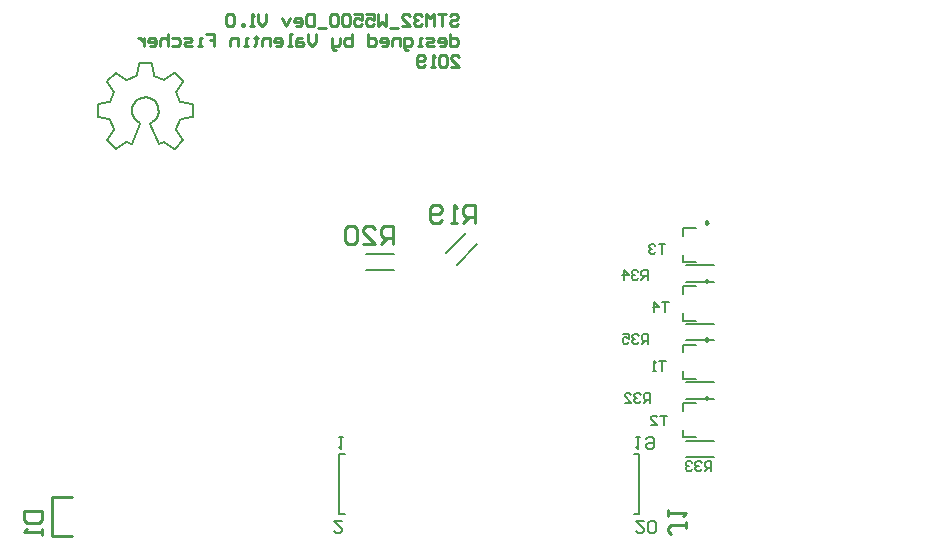
<source format=gbo>
G04*
G04 #@! TF.GenerationSoftware,Altium Limited,Altium Designer,19.1.8 (144)*
G04*
G04 Layer_Color=32896*
%FSLAX25Y25*%
%MOIN*%
G70*
G01*
G75*
%ADD12C,0.00984*%
%ADD14C,0.00787*%
%ADD15C,0.00600*%
%ADD16C,0.01000*%
%ADD91C,0.00631*%
%ADD92C,0.00900*%
G36*
X335400Y99100D02*
D01*
D01*
D01*
D01*
D02*
G37*
D12*
X269692Y87414D02*
X268954Y87840D01*
Y86987D01*
X269692Y87414D01*
Y48480D02*
X268954Y48906D01*
Y48054D01*
X269692Y48480D01*
Y67947D02*
X268954Y68373D01*
Y67521D01*
X269692Y67947D01*
Y106880D02*
X268954Y107307D01*
Y106454D01*
X269692Y106880D01*
D14*
X261523Y74225D02*
X265708D01*
X261523Y85642D02*
X265708D01*
X261523Y74225D02*
Y76784D01*
Y83083D02*
Y85642D01*
Y35291D02*
X265708D01*
X261523Y46709D02*
X265708D01*
X261523Y35291D02*
Y37850D01*
Y44150D02*
Y46709D01*
Y54758D02*
X265708D01*
X261523Y66175D02*
X265708D01*
X261523Y54758D02*
Y57317D01*
Y63616D02*
Y66175D01*
Y93691D02*
X265708D01*
X261523Y105109D02*
X265708D01*
X261523Y93691D02*
Y96250D01*
Y102550D02*
Y105109D01*
X146850Y29685D02*
X148779D01*
X146850Y9685D02*
X148779D01*
X146850D02*
Y29685D01*
X246850Y9685D02*
Y29685D01*
X244921D02*
X246850D01*
X244921Y9685D02*
X246850D01*
X147663Y7480D02*
X145039D01*
X147663Y4857D01*
Y4200D01*
X147007Y3545D01*
X145695D01*
X145039Y4200D01*
X146614Y35433D02*
X147926D01*
X147270D01*
Y31497D01*
X146614Y32153D01*
X245905Y35433D02*
X247217D01*
X246562D01*
Y31497D01*
X245905Y32153D01*
X249185Y34777D02*
X249841Y35433D01*
X251153D01*
X251809Y34777D01*
Y32153D01*
X251153Y31497D01*
X249841D01*
X249185Y32153D01*
Y32809D01*
X249841Y33465D01*
X251809D01*
X248529Y7480D02*
X245905D01*
X248529Y4857D01*
Y4200D01*
X247873Y3545D01*
X246562D01*
X245905Y4200D01*
X249841D02*
X250497Y3545D01*
X251809D01*
X252465Y4200D01*
Y6824D01*
X251809Y7480D01*
X250497D01*
X249841Y6824D01*
Y4200D01*
D15*
X262276Y28644D02*
X271724D01*
X262276Y34156D02*
X271724D01*
X262276Y67711D02*
X271724D01*
X262276Y73223D02*
X271724D01*
X262276Y48177D02*
X271724D01*
X262276Y53689D02*
X271724D01*
X262276Y87244D02*
X271724D01*
X262276Y92756D02*
X271724D01*
X182311Y96808D02*
X188992Y103489D01*
X186208Y92911D02*
X192889Y99592D01*
X155776Y90944D02*
X165224D01*
X155776Y96456D02*
X165224D01*
X270900Y24100D02*
Y27299D01*
X269301D01*
X268767Y26766D01*
Y25699D01*
X269301Y25166D01*
X270900D01*
X269834D02*
X268767Y24100D01*
X267701Y26766D02*
X267168Y27299D01*
X266102D01*
X265568Y26766D01*
Y26233D01*
X266102Y25699D01*
X266635D01*
X266102D01*
X265568Y25166D01*
Y24633D01*
X266102Y24100D01*
X267168D01*
X267701Y24633D01*
X264502Y26766D02*
X263969Y27299D01*
X262903D01*
X262369Y26766D01*
Y26233D01*
X262903Y25699D01*
X263436D01*
X262903D01*
X262369Y25166D01*
Y24633D01*
X262903Y24100D01*
X263969D01*
X264502Y24633D01*
X250500Y46800D02*
Y49999D01*
X248901D01*
X248367Y49466D01*
Y48399D01*
X248901Y47866D01*
X250500D01*
X249434D02*
X248367Y46800D01*
X247301Y49466D02*
X246768Y49999D01*
X245702D01*
X245168Y49466D01*
Y48933D01*
X245702Y48399D01*
X246235D01*
X245702D01*
X245168Y47866D01*
Y47333D01*
X245702Y46800D01*
X246768D01*
X247301Y47333D01*
X241969Y46800D02*
X244102D01*
X241969Y48933D01*
Y49466D01*
X242503Y49999D01*
X243569D01*
X244102Y49466D01*
X249800Y66500D02*
Y69699D01*
X248200D01*
X247667Y69166D01*
Y68099D01*
X248200Y67566D01*
X249800D01*
X248734D02*
X247667Y66500D01*
X246601Y69166D02*
X246068Y69699D01*
X245002D01*
X244468Y69166D01*
Y68633D01*
X245002Y68099D01*
X245535D01*
X245002D01*
X244468Y67566D01*
Y67033D01*
X245002Y66500D01*
X246068D01*
X246601Y67033D01*
X241269Y69699D02*
X243402D01*
Y68099D01*
X242336Y68633D01*
X241803D01*
X241269Y68099D01*
Y67033D01*
X241803Y66500D01*
X242869D01*
X243402Y67033D01*
X249700Y87900D02*
Y91099D01*
X248100D01*
X247567Y90566D01*
Y89499D01*
X248100Y88966D01*
X249700D01*
X248634D02*
X247567Y87900D01*
X246501Y90566D02*
X245968Y91099D01*
X244901D01*
X244368Y90566D01*
Y90033D01*
X244901Y89499D01*
X245435D01*
X244901D01*
X244368Y88966D01*
Y88433D01*
X244901Y87900D01*
X245968D01*
X246501Y88433D01*
X241703Y87900D02*
Y91099D01*
X243302Y89499D01*
X241169D01*
X256600Y80299D02*
X254467D01*
X255534D01*
Y77100D01*
X251801D02*
Y80299D01*
X253401Y78699D01*
X251268D01*
X255400Y99699D02*
X253267D01*
X254334D01*
Y96500D01*
X252201Y99166D02*
X251668Y99699D01*
X250602D01*
X250068Y99166D01*
Y98633D01*
X250602Y98099D01*
X251135D01*
X250602D01*
X250068Y97566D01*
Y97033D01*
X250602Y96500D01*
X251668D01*
X252201Y97033D01*
X255600Y60599D02*
X253467D01*
X254534D01*
Y57400D01*
X252401D02*
X251335D01*
X251868D01*
Y60599D01*
X252401Y60066D01*
X256000Y42499D02*
X253867D01*
X254934D01*
Y39300D01*
X250668D02*
X252801D01*
X250668Y41433D01*
Y41966D01*
X251202Y42499D01*
X252268D01*
X252801Y41966D01*
D16*
X51100Y2300D02*
Y15300D01*
Y2300D02*
X57600D01*
X51100Y15300D02*
X57600D01*
X262298Y6934D02*
Y4934D01*
Y5934D01*
X257300D01*
X256300Y4934D01*
Y3935D01*
X257300Y2935D01*
X256300Y8933D02*
Y10932D01*
Y9933D01*
X262298D01*
X261299Y8933D01*
X192200Y106800D02*
Y112798D01*
X189201D01*
X188201Y111798D01*
Y109799D01*
X189201Y108799D01*
X192200D01*
X190201D02*
X188201Y106800D01*
X186202D02*
X184203D01*
X185202D01*
Y112798D01*
X186202Y111798D01*
X181204Y107800D02*
X180204Y106800D01*
X178205D01*
X177205Y107800D01*
Y111798D01*
X178205Y112798D01*
X180204D01*
X181204Y111798D01*
Y110799D01*
X180204Y109799D01*
X177205D01*
X164600Y99800D02*
Y105798D01*
X161601D01*
X160601Y104798D01*
Y102799D01*
X161601Y101799D01*
X164600D01*
X162601D02*
X160601Y99800D01*
X154603D02*
X158602D01*
X154603Y103799D01*
Y104798D01*
X155603Y105798D01*
X157602D01*
X158602Y104798D01*
X152604D02*
X151604Y105798D01*
X149605D01*
X148605Y104798D01*
Y100800D01*
X149605Y99800D01*
X151604D01*
X152604Y100800D01*
Y104798D01*
X41602Y10800D02*
X47600D01*
Y7801D01*
X46600Y6801D01*
X42602D01*
X41602Y7801D01*
Y10800D01*
X47600Y4802D02*
Y2803D01*
Y3802D01*
X41602D01*
X42602Y4802D01*
D91*
X85936Y146501D02*
X85289Y147317D01*
X84470Y147962D01*
X83526Y148401D01*
X82505Y148609D01*
X81464Y148577D01*
X80458Y148306D01*
X85936Y146501D02*
X85289Y147317D01*
X84470Y147962D01*
X83526Y148401D01*
X82505Y148609D01*
X81464Y148577D01*
X80458Y148306D01*
X78050Y142268D02*
X78601Y141367D01*
X79348Y140621D01*
X80248Y140069D01*
X79764Y147956D02*
X78948Y147308D01*
X78303Y146490D01*
X77864Y145545D01*
X77655Y144525D01*
X77688Y143484D01*
X77959Y142478D01*
X79764Y147956D02*
X78948Y147308D01*
X78303Y146490D01*
X77864Y145545D01*
X77655Y144525D01*
X77688Y143484D01*
X77959Y142478D01*
X78050Y142268D02*
X78601Y141367D01*
X79348Y140621D01*
X80248Y140069D01*
X70225Y147018D02*
X70375Y147140D01*
X70225Y147018D02*
X70375Y147140D01*
X91728Y156770D02*
X91713Y156761D01*
X91973Y156736D02*
X91728Y156770D01*
X79124Y155890D02*
X79247Y156040D01*
X91973Y156736D02*
X91728Y156770D01*
X79124Y155890D02*
X79247Y156040D01*
X91728Y156770D02*
X91713Y156761D01*
X91713Y131524D02*
X91961Y131537D01*
Y131537D02*
X91973Y131548D01*
X91713Y131524D02*
X91961Y131537D01*
Y131537D02*
X91973Y131548D01*
X70375Y141144D02*
X70225Y141267D01*
X70375Y141144D02*
X70225Y141267D01*
X97992Y142186D02*
X97993Y142202D01*
X97827Y142001D02*
X97992Y142186D01*
X97827Y142001D02*
X97992Y142186D01*
X97993Y142202D01*
X93870Y147140D02*
X94020Y147018D01*
X93870Y147140D02*
X94020Y147018D01*
X92549Y137956D02*
X92569Y137762D01*
X92549Y137956D02*
X92569Y137762D01*
X88502Y133696D02*
X88309Y133715D01*
X88502Y133696D02*
X88309Y133715D01*
X84264Y159847D02*
X84079Y160012D01*
X84079D02*
X84062Y160013D01*
X84079Y160012D02*
X84062Y160013D01*
X84264Y159847D02*
X84079Y160012D01*
X84482Y140329D02*
X85298Y140976D01*
X85942Y141794D01*
X86381Y142739D01*
X86590Y143760D01*
X86558Y144801D01*
X86286Y145807D01*
X86091Y146229D02*
X85936Y146501D01*
X84482Y140329D02*
X85298Y140976D01*
X85942Y141794D01*
X86381Y142739D01*
X86590Y143760D01*
X86558Y144801D01*
X86286Y145807D01*
X86091Y146229D02*
X85936Y146501D01*
X79985Y159863D02*
X79981Y159847D01*
X80183Y160013D02*
X79985Y159863D01*
X80183Y160013D02*
X79985Y159863D01*
Y159863D02*
X79981Y159847D01*
X75936Y133715D02*
X75743Y133696D01*
X75936Y133715D02*
X75743Y133696D01*
X77959Y142478D02*
X78050Y142268D01*
X77959Y142478D02*
X78050Y142268D01*
X71676Y137762D02*
X71696Y137956D01*
X71676Y137762D02*
X71696Y137956D01*
X66252Y142202D02*
X66402Y142005D01*
X66252Y142202D02*
X66402Y142005D01*
X97843Y146279D02*
X97827Y146283D01*
X97843Y146279D02*
X97827Y146283D01*
X97993Y146082D02*
X97843Y146279D01*
X97993Y146082D02*
X97843Y146279D01*
X94728Y153980D02*
X94717Y153993D01*
X94741Y153733D02*
X94728Y153980D01*
X94741Y153733D02*
X94728Y153980D01*
X94728Y153980D02*
X94717Y153993D01*
X92569Y150522D02*
X92549Y150329D01*
X92569Y150522D02*
X92549Y150329D01*
X94020Y141267D02*
X93870Y141144D01*
X94020Y141267D02*
X93870Y141144D01*
X94717Y134292D02*
X94750Y134537D01*
X94717Y134292D02*
X94750Y134537D01*
Y134537D02*
X94741Y134551D01*
X94750Y134537D02*
X94741Y134551D01*
X88309Y154569D02*
X88502Y154588D01*
X88309Y154569D02*
X88502Y154588D01*
X84998Y156040D02*
X85121Y155890D01*
X84998Y156040D02*
X85121Y155890D01*
X86286Y145807D02*
X86195Y146017D01*
X86091Y146229D01*
X86195Y146017D02*
X86091Y146229D01*
X86286Y145807D02*
X86195Y146017D01*
X83987Y140064D02*
X83884Y139833D01*
Y139833D02*
X83889Y139817D01*
X83997Y140069D02*
X84209Y140174D01*
X84209D02*
X84482Y140329D01*
X83889Y139817D02*
X83893Y139806D01*
X83987Y140064D02*
X83884Y139833D01*
X83997Y140069D02*
X84209Y140174D01*
X83997Y140069D02*
X83987Y140064D01*
X84209Y140174D02*
X84482Y140329D01*
X83997Y140069D02*
X83987Y140064D01*
X83884Y139833D02*
X83889Y139817D01*
X83889D02*
X83893Y139806D01*
X86814Y133100D02*
X86829Y133104D01*
X86586Y133211D02*
X86655Y133131D01*
X86829Y133104D02*
X86840Y133107D01*
X86582Y133221D02*
X86586Y133211D01*
X86840Y133107D02*
X86849Y133111D01*
X86582Y133221D02*
X86586Y133211D01*
X86655Y133131D02*
X86814Y133100D01*
X86814Y133100D02*
X86829Y133104D01*
X86586Y133211D02*
X86655Y133131D01*
Y133131D02*
X86814Y133100D01*
X86840Y133107D02*
X86849Y133111D01*
X86829Y133104D02*
X86840Y133107D01*
X80458Y148306D02*
X80248Y148215D01*
X80458Y148306D02*
X80248Y148215D01*
X80036Y148111D02*
X79764Y147956D01*
X80248Y148215D02*
X80036Y148111D01*
X80036Y148111D02*
X79764Y147956D01*
X80248Y148215D02*
X80036Y148111D01*
X80273Y140056D02*
X80259Y140064D01*
X80259Y140064D02*
X80248Y140069D01*
X80259Y140064D02*
X80248Y140069D01*
X80356Y139816D02*
X80273Y140056D01*
X80273Y140056D02*
X80259Y140064D01*
X80352Y139806D02*
X80356Y139816D01*
X80352Y139806D02*
X80356Y139816D01*
X80356Y139816D02*
X80273Y140056D01*
X75743Y154588D02*
X75936Y154569D01*
X75743Y154588D02*
X75936Y154569D01*
X77655Y133204D02*
X77660Y133214D01*
X77408Y133106D02*
X77513Y133099D01*
X77398Y133110D02*
X77408Y133106D01*
Y133106D02*
X77513Y133099D01*
X77655Y133204D02*
X77660Y133214D01*
X77398Y133110D02*
X77408Y133106D01*
X77660Y133214D02*
X77664Y133223D01*
X77513Y133099D02*
X77647Y133190D01*
X77513Y133099D02*
X77647Y133190D01*
X77655Y133204D01*
X77647Y133190D02*
X77655Y133204D01*
X77660Y133214D02*
X77664Y133223D01*
X72532Y156761D02*
X72284Y156747D01*
X72272Y156736D01*
X72284Y156747D02*
X72272Y156736D01*
X72532Y156761D02*
X72284Y156747D01*
X71696Y150329D02*
X71676Y150522D01*
X71696Y150329D02*
X71676Y150522D01*
X72272Y131548D02*
X72518Y131515D01*
X72272Y131548D02*
X72518Y131515D01*
X72518D02*
X72532Y131524D01*
X72518Y131515D02*
X72532Y131524D01*
X69495Y153747D02*
X69504Y153733D01*
X69529Y153993D02*
X69495Y153747D01*
X69529Y153993D02*
X69495Y153747D01*
X69504Y153733D01*
X66418Y146283D02*
X66253Y146099D01*
X66418Y146283D02*
X66253Y146099D01*
Y146099D02*
X66252Y146082D01*
X66253Y146099D02*
X66252Y146082D01*
X66402Y142005D02*
X66418Y142001D01*
X66402Y142005D02*
X66418Y142001D01*
X69517Y134304D02*
X69529Y134292D01*
X69517Y134304D02*
X69529Y134292D01*
X69504Y134551D02*
X69517Y134304D01*
X69504Y134551D02*
X69517Y134304D01*
X91973Y131548D02*
X94717Y134292D01*
X91973Y131548D02*
X94717Y134292D01*
X75936Y154569D02*
X79124Y155890D01*
X91973Y156736D02*
X94717Y153993D01*
X91973Y156736D02*
X94717Y153993D01*
X75936Y154569D02*
X79124Y155890D01*
X94020Y147018D02*
X97827Y146283D01*
X94020Y147018D02*
X97827Y146283D01*
X94020Y141267D02*
X97827Y142001D01*
X94020Y141267D02*
X97827Y142001D01*
X88503Y133696D02*
X91713Y131524D01*
X88503Y133696D02*
X91713Y131524D01*
X72532D02*
X75743Y133696D01*
X69529Y134292D02*
X72272Y131548D01*
X72532Y131524D02*
X75743Y133696D01*
X69529Y134292D02*
X72272Y131548D01*
X88503Y154588D02*
X91713Y156761D01*
X80183Y160013D02*
X84062D01*
X80183D02*
X84062D01*
X79247Y156040D02*
X79982Y159847D01*
X85121Y155890D02*
X88309Y154569D01*
X85121Y155890D02*
X88309Y154569D01*
X79247Y156040D02*
X79982Y159847D01*
X88503Y154588D02*
X91713Y156761D01*
X86849Y133111D02*
X88309Y133715D01*
X86849Y133111D02*
X88309Y133715D01*
X77664Y133223D02*
X80352Y139806D01*
X77664Y133223D02*
X80352Y139806D01*
X72532Y156761D02*
X75743Y154588D01*
X69529Y153993D02*
X72272Y156736D01*
X69529Y153993D02*
X72272Y156736D01*
X72532Y156761D02*
X75743Y154588D01*
X69504Y153733D02*
X71676Y150522D01*
X69504Y153733D02*
X71676Y150522D01*
X66418Y146283D02*
X70225Y147018D01*
X66418Y146283D02*
X70225Y147018D01*
X70375Y141144D02*
X71696Y137956D01*
X70375Y141144D02*
X71696Y137956D01*
X69504Y134551D02*
X71676Y137762D01*
X69504Y134551D02*
X71676Y137762D01*
X70375Y147140D02*
X71696Y150329D01*
X70375Y147140D02*
X71696Y150329D01*
X66418Y142001D02*
X70225Y141267D01*
X66418Y142001D02*
X70225Y141267D01*
X97993Y142202D02*
Y146082D01*
Y142202D02*
Y146082D01*
X92569Y150522D02*
X94741Y153733D01*
X92569Y150522D02*
X94741Y153733D01*
X92549Y137956D02*
X93870Y141144D01*
X92549Y137956D02*
X93870Y141144D01*
X92569Y137762D02*
X94741Y134551D01*
X92569Y137762D02*
X94741Y134551D01*
X84264Y159847D02*
X84998Y156040D01*
X84264Y159847D02*
X84998Y156040D01*
X83893Y139806D02*
X86581Y133223D01*
X83893Y139806D02*
X86581Y133223D01*
X75936Y133715D02*
X77396Y133111D01*
X75936Y133715D02*
X77396Y133111D01*
X66252Y142202D02*
Y146082D01*
Y142202D02*
Y146082D01*
X92549Y150329D02*
X93870Y147140D01*
X92549Y150329D02*
X93870Y147140D01*
X86581Y133223D02*
X86582Y133221D01*
X86581Y133223D02*
X86582Y133221D01*
X77396Y133111D02*
X77398Y133110D01*
X77396Y133111D02*
X77398Y133110D01*
D92*
X183834Y175632D02*
X184501Y176299D01*
X185834D01*
X186500Y175632D01*
Y174966D01*
X185834Y174299D01*
X184501D01*
X183834Y173633D01*
Y172967D01*
X184501Y172300D01*
X185834D01*
X186500Y172967D01*
X182501Y176299D02*
X179835D01*
X181168D01*
Y172300D01*
X178503D02*
Y176299D01*
X177170Y174966D01*
X175837Y176299D01*
Y172300D01*
X174504Y175632D02*
X173837Y176299D01*
X172504D01*
X171838Y175632D01*
Y174966D01*
X172504Y174299D01*
X173171D01*
X172504D01*
X171838Y173633D01*
Y172967D01*
X172504Y172300D01*
X173837D01*
X174504Y172967D01*
X167839Y172300D02*
X170505D01*
X167839Y174966D01*
Y175632D01*
X168506Y176299D01*
X169839D01*
X170505Y175632D01*
X166506Y171634D02*
X163841D01*
X162508Y176299D02*
Y172300D01*
X161175Y173633D01*
X159842Y172300D01*
Y176299D01*
X155843D02*
X158509D01*
Y174299D01*
X157176Y174966D01*
X156510D01*
X155843Y174299D01*
Y172967D01*
X156510Y172300D01*
X157843D01*
X158509Y172967D01*
X151845Y176299D02*
X154510D01*
Y174299D01*
X153177Y174966D01*
X152511D01*
X151845Y174299D01*
Y172967D01*
X152511Y172300D01*
X153844D01*
X154510Y172967D01*
X150512Y175632D02*
X149845Y176299D01*
X148512D01*
X147846Y175632D01*
Y172967D01*
X148512Y172300D01*
X149845D01*
X150512Y172967D01*
Y175632D01*
X146513D02*
X145846Y176299D01*
X144514D01*
X143847Y175632D01*
Y172967D01*
X144514Y172300D01*
X145846D01*
X146513Y172967D01*
Y175632D01*
X142514Y171634D02*
X139848D01*
X138515Y176299D02*
Y172300D01*
X136516D01*
X135850Y172967D01*
Y175632D01*
X136516Y176299D01*
X138515D01*
X132517Y172300D02*
X133850D01*
X134517Y172967D01*
Y174299D01*
X133850Y174966D01*
X132517D01*
X131851Y174299D01*
Y173633D01*
X134517D01*
X130518Y174966D02*
X129185Y172300D01*
X127852Y174966D01*
X122521Y176299D02*
Y173633D01*
X121188Y172300D01*
X119855Y173633D01*
Y176299D01*
X118522Y172300D02*
X117189D01*
X117856D01*
Y176299D01*
X118522Y175632D01*
X115190Y172300D02*
Y172967D01*
X114523D01*
Y172300D01*
X115190D01*
X111857Y175632D02*
X111191Y176299D01*
X109858D01*
X109192Y175632D01*
Y172967D01*
X109858Y172300D01*
X111191D01*
X111857Y172967D01*
Y175632D01*
X183734Y169599D02*
Y165600D01*
X185733D01*
X186400Y166267D01*
Y167599D01*
X185733Y168266D01*
X183734D01*
X180402Y165600D02*
X181735D01*
X182401Y166267D01*
Y167599D01*
X181735Y168266D01*
X180402D01*
X179736Y167599D01*
Y166933D01*
X182401D01*
X178403Y165600D02*
X176403D01*
X175737Y166267D01*
X176403Y166933D01*
X177736D01*
X178403Y167599D01*
X177736Y168266D01*
X175737D01*
X174404Y165600D02*
X173071D01*
X173737D01*
Y168266D01*
X174404D01*
X169739Y164267D02*
X169072D01*
X168406Y164934D01*
Y168266D01*
X170405D01*
X171072Y167599D01*
Y166267D01*
X170405Y165600D01*
X168406D01*
X167073D02*
Y168266D01*
X165074D01*
X164407Y167599D01*
Y165600D01*
X161075D02*
X162408D01*
X163074Y166267D01*
Y167599D01*
X162408Y168266D01*
X161075D01*
X160408Y167599D01*
Y166933D01*
X163074D01*
X156410Y169599D02*
Y165600D01*
X158409D01*
X159075Y166267D01*
Y167599D01*
X158409Y168266D01*
X156410D01*
X151078Y169599D02*
Y165600D01*
X149079D01*
X148412Y166267D01*
Y166933D01*
Y167599D01*
X149079Y168266D01*
X151078D01*
X147079D02*
Y166267D01*
X146413Y165600D01*
X144414D01*
Y164934D01*
X145080Y164267D01*
X145747D01*
X144414Y165600D02*
Y168266D01*
X139082Y169599D02*
Y166933D01*
X137749Y165600D01*
X136416Y166933D01*
Y169599D01*
X134417Y168266D02*
X133084D01*
X132417Y167599D01*
Y165600D01*
X134417D01*
X135083Y166267D01*
X134417Y166933D01*
X132417D01*
X131085Y165600D02*
X129752D01*
X130418D01*
Y169599D01*
X131085D01*
X125753Y165600D02*
X127086D01*
X127752Y166267D01*
Y167599D01*
X127086Y168266D01*
X125753D01*
X125086Y167599D01*
Y166933D01*
X127752D01*
X123753Y165600D02*
Y168266D01*
X121754D01*
X121088Y167599D01*
Y165600D01*
X119088Y168932D02*
Y168266D01*
X119755D01*
X118422D01*
X119088D01*
Y166267D01*
X118422Y165600D01*
X116423D02*
X115090D01*
X115756D01*
Y168266D01*
X116423D01*
X113090Y165600D02*
Y168266D01*
X111091D01*
X110424Y167599D01*
Y165600D01*
X102427Y169599D02*
X105093D01*
Y167599D01*
X103760D01*
X105093D01*
Y165600D01*
X101094D02*
X99761D01*
X100428D01*
Y168266D01*
X101094D01*
X97762Y165600D02*
X95763D01*
X95096Y166267D01*
X95763Y166933D01*
X97096D01*
X97762Y167599D01*
X97096Y168266D01*
X95096D01*
X91097D02*
X93097D01*
X93763Y167599D01*
Y166267D01*
X93097Y165600D01*
X91097D01*
X89764Y169599D02*
Y165600D01*
Y167599D01*
X89098Y168266D01*
X87765D01*
X87099Y167599D01*
Y165600D01*
X83766D02*
X85099D01*
X85766Y166267D01*
Y167599D01*
X85099Y168266D01*
X83766D01*
X83100Y167599D01*
Y166933D01*
X85766D01*
X81767Y168266D02*
Y165600D01*
Y166933D01*
X81101Y167599D01*
X80434Y168266D01*
X79768D01*
X183934Y158900D02*
X186600D01*
X183934Y161566D01*
Y162232D01*
X184601Y162899D01*
X185933D01*
X186600Y162232D01*
X182601D02*
X181935Y162899D01*
X180602D01*
X179936Y162232D01*
Y159566D01*
X180602Y158900D01*
X181935D01*
X182601Y159566D01*
Y162232D01*
X178603Y158900D02*
X177270D01*
X177936D01*
Y162899D01*
X178603Y162232D01*
X175270Y159566D02*
X174604Y158900D01*
X173271D01*
X172605Y159566D01*
Y162232D01*
X173271Y162899D01*
X174604D01*
X175270Y162232D01*
Y161566D01*
X174604Y160899D01*
X172605D01*
M02*

</source>
